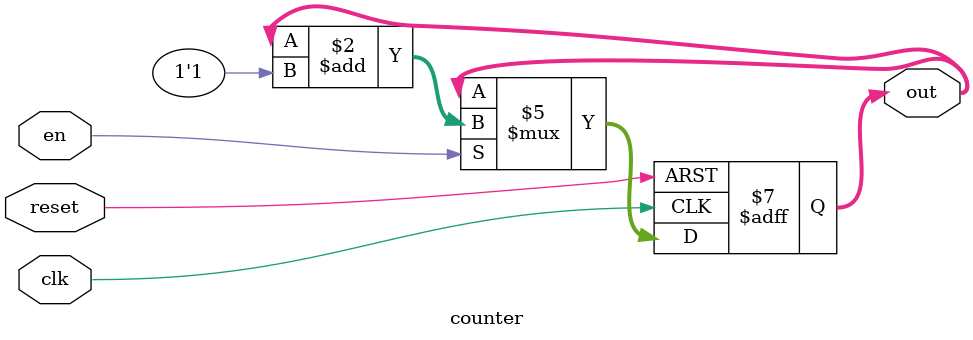
<source format=v>
/*
Author: Spence Johnston
Module: Counter
Purpose: Counts up and outputs the current count.

Notes: Default bits to count with is 16.
*/

module counter
#(	
	parameter N = 16	//number of bits the counter counts to
) (
	input clk, en, reset,
	output reg [N-1:0] out
);

initial out = 0;

always @ ( posedge clk or posedge reset)
begin
	if(reset)
		out = 0;
	else
	if (en)
		out = out + 1'd1;
	else
		out = out;
end

endmodule

</source>
